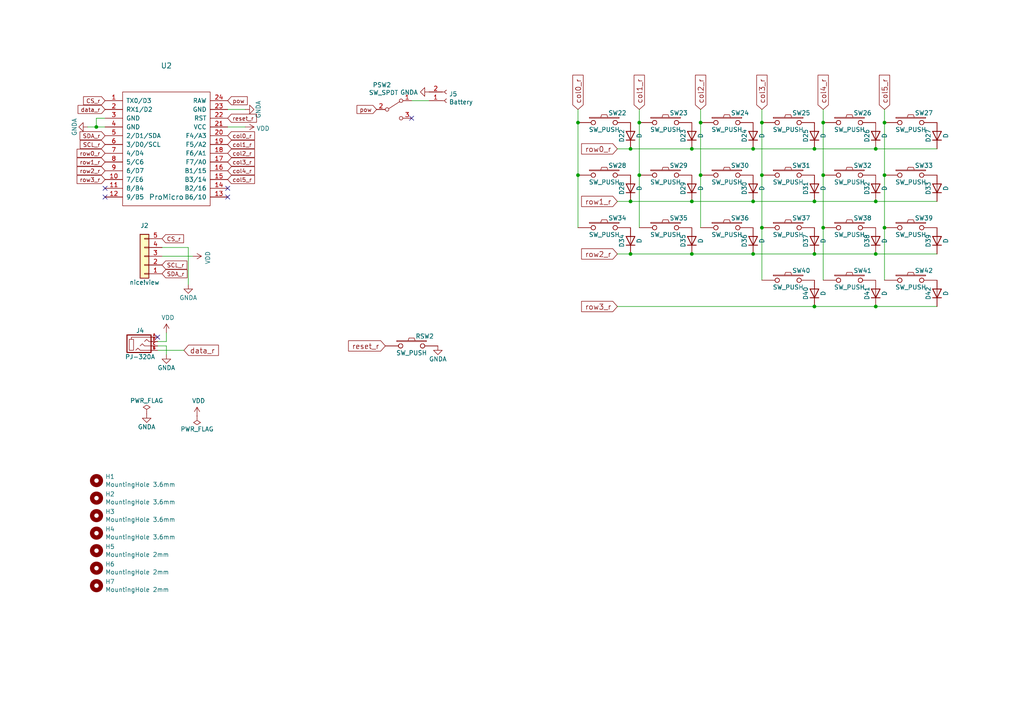
<source format=kicad_sch>
(kicad_sch (version 20230121) (generator eeschema)
  (paper "A4")
  (lib_symbols
    (symbol "Connector:Conn_01x02_Female" (pin_names (offset 1.016) hide)
      (property "Reference" "J5" (at 0.7112 -0.6096 0))
      (property "Value" "Battery" (at 0.7112 -2.921 0))
      (symbol "Conn_01x02_Female_1_1"
        (arc (start 0 -2.032) (mid -0.5058 -2.54) (end 0 -3.048) (stroke (width 0.1524)))
        (polyline (pts (xy -1.27 -2.54) (xy -0.508 -2.54)) (stroke (width 0.1524)))
        (polyline (pts (xy -1.27 0) (xy -0.508 0)) (stroke (width 0.1524)))
        (arc (start 0 0.508) (mid -0.5058 0) (end 0 -0.508) (stroke (width 0.1524)))
        (pin passive line (at -5.08 -2.54 0) (length 3.81) (name "Pin_1") (number "1"))
        (pin passive line (at -5.08 0 0) (length 3.81) (name "Pin_2") (number "2"))
      )
    )
    (symbol "Connector_Generic:Conn_01x05" (pin_names (offset 1.016) hide)
      (property "Reference" "J" (at 0 7.62 0))
      (property "Value" "Conn_01x05" (at 0 -7.62 0))
      (symbol "Conn_01x05_1_1"
        (rectangle (start -1.27 -4.953) (end 0 -5.207) (stroke (width 0.1524)))
        (rectangle (start -1.27 -2.413) (end 0 -2.667) (stroke (width 0.1524)))
        (rectangle (start -1.27 0.127) (end 0 -0.127) (stroke (width 0.1524)))
        (rectangle (start -1.27 2.667) (end 0 2.413) (stroke (width 0.1524)))
        (rectangle (start -1.27 5.207) (end 0 4.953) (stroke (width 0.1524)))
        (rectangle (start -1.27 6.35) (end 1.27 -6.35) (stroke (width 0.254)) (fill (type background)))
        (pin passive line (at -5.08 5.08 0) (length 3.81) (name "Pin_1") (number "1"))
        (pin passive line (at -5.08 2.54 0) (length 3.81) (name "Pin_2") (number "2"))
        (pin passive line (at -5.08 0 0) (length 3.81) (name "Pin_3") (number "3"))
        (pin passive line (at -5.08 -2.54 0) (length 3.81) (name "Pin_4") (number "4"))
        (pin passive line (at -5.08 -5.08 0) (length 3.81) (name "Pin_5") (number "5"))
      )
    )
    (symbol "Device:D" (pin_numbers hide) (pin_names (offset 1.016) hide)
      (property "Reference" "D" (at 0 2.54 0))
      (property "Value" "D" (at 0 -2.54 0))
      (symbol "D_0_1"
        (polyline (pts (xy -1.27 1.27) (xy -1.27 -1.27)) (stroke (width 0.254)))
        (polyline (pts (xy 1.27 0) (xy -1.27 0)))
        (polyline (pts (xy 1.27 1.27) (xy 1.27 -1.27) (xy -1.27 0) (xy 1.27 1.27)) (stroke (width 0.254)))
      )
      (symbol "D_1_1"
        (pin passive line (at -3.81 0 0) (length 2.54) (name "K") (number "1"))
        (pin passive line (at 3.81 0 180) (length 2.54) (name "A") (number "2"))
      )
    )
    (symbol "GNDA_1" (power) (pin_names (offset 0))
      (property "Value" "GNDA_1" (at 0 -3.81 0))
      (symbol "GNDA_1_0_1"
        (polyline (pts (xy 0 0) (xy 0 -1.27) (xy 1.27 -1.27) (xy 0 -2.54) (xy -1.27 -1.27) (xy 0 -1.27)))
      )
      (symbol "GNDA_1_1_1"
        (pin power_in line (at 0 0 270) (length 0) hide (name "GNDA") (number "1"))
      )
    )
    (symbol "GNDA_2" (power) (pin_names (offset 0))
      (property "Value" "GNDA_2" (at 0 -3.81 0))
      (symbol "GNDA_2_0_1"
        (polyline (pts (xy 0 0) (xy 0 -1.27) (xy 1.27 -1.27) (xy 0 -2.54) (xy -1.27 -1.27) (xy 0 -1.27)))
      )
      (symbol "GNDA_2_1_1"
        (pin power_in line (at 0 0 270) (length 0) hide (name "GNDA") (number "1"))
      )
    )
    (symbol "GNDA_3" (power) (pin_names (offset 0))
      (property "Value" "GNDA_3" (at 0 -3.81 0))
      (symbol "GNDA_3_0_1"
        (polyline (pts (xy 0 0) (xy 0 -1.27) (xy 1.27 -1.27) (xy 0 -2.54) (xy -1.27 -1.27) (xy 0 -1.27)))
      )
      (symbol "GNDA_3_1_1"
        (pin power_in line (at 0 0 270) (length 0) hide (name "GNDA") (number "1"))
      )
    )
    (symbol "GNDA_4" (power) (pin_names (offset 0))
      (property "Value" "GNDA_4" (at 0 -3.81 0))
      (symbol "GNDA_4_0_1"
        (polyline (pts (xy 0 0) (xy 0 -1.27) (xy 1.27 -1.27) (xy 0 -2.54) (xy -1.27 -1.27) (xy 0 -1.27)))
      )
      (symbol "GNDA_4_1_1"
        (pin power_in line (at 0 0 270) (length 0) hide (name "GNDA") (number "1"))
      )
    )
    (symbol "GNDA_5" (power) (pin_names (offset 0))
      (property "Value" "GNDA_5" (at 0 -3.81 0))
      (symbol "GNDA_5_0_1"
        (polyline (pts (xy 0 0) (xy 0 -1.27) (xy 1.27 -1.27) (xy 0 -2.54) (xy -1.27 -1.27) (xy 0 -1.27)))
      )
      (symbol "GNDA_5_1_1"
        (pin power_in line (at 0 0 270) (length 0) hide (name "GNDA") (number "1"))
      )
    )
    (symbol "GNDA_6" (power) (pin_names (offset 0))
      (property "Value" "GNDA_6" (at 0 -3.81 0))
      (symbol "GNDA_6_0_1"
        (polyline (pts (xy 0 0) (xy 0 -1.27) (xy 1.27 -1.27) (xy 0 -2.54) (xy -1.27 -1.27) (xy 0 -1.27)))
      )
      (symbol "GNDA_6_1_1"
        (pin power_in line (at 0 0 270) (length 0) hide (name "GNDA") (number "1"))
      )
    )
    (symbol "Mechanical:MountingHole" (pin_names (offset 1.016))
      (property "Reference" "H" (at 0 5.08 0))
      (property "Value" "MountingHole" (at 0 3.175 0))
      (symbol "MountingHole_0_1"
        (circle (center 0 0) (radius 1.27) (stroke (width 1.27)))
      )
    )
    (symbol "MountingHole_1" (pin_names (offset 1.016))
      (property "Reference" "H7" (at 2.54 1.1684 0))
      (property "Value" "MountingHole 2mm" (at 2.54 -1.143 0))
      (symbol "MountingHole_1_0_1"
        (circle (center 0 0) (radius 1.27) (stroke (width 1.27)))
      )
    )
    (symbol "MountingHole_2" (pin_names (offset 1.016))
      (property "Reference" "H6" (at 2.54 1.1684 0))
      (property "Value" "MountingHole 2mm" (at 2.54 -1.143 0))
      (symbol "MountingHole_2_0_1"
        (circle (center 0 0) (radius 1.27) (stroke (width 1.27)))
      )
    )
    (symbol "PWR_FLAG_1" (power) (pin_numbers hide) (pin_names (offset 0) hide)
      (property "Value" "PWR_FLAG_1" (at 0 3.81 0))
      (symbol "PWR_FLAG_1_0_0"
        (pin power_out line (at 0 0 90) (length 0) (name "pwr") (number "1"))
      )
      (symbol "PWR_FLAG_1_0_1"
        (polyline (pts (xy 0 0) (xy 0 1.27) (xy -1.016 1.905) (xy 0 2.54) (xy 1.016 1.905) (xy 0 1.27)))
      )
    )
    (symbol "Switch:SW_SPDT" (pin_names (offset 0) hide)
      (property "Reference" "SW" (at 0 4.318 0))
      (property "Value" "SW_SPDT" (at 0 -5.08 0))
      (symbol "SW_SPDT_0_0"
        (circle (center -2.032 0) (radius 0.508))
        (circle (center 2.032 -2.54) (radius 0.508))
      )
      (symbol "SW_SPDT_0_1"
        (polyline (pts (xy -1.524 0.254) (xy 1.651 2.286)))
        (circle (center 2.032 2.54) (radius 0.508))
      )
      (symbol "SW_SPDT_1_1"
        (pin passive line (at 5.08 2.54 180) (length 2.54) (name "A") (number "1"))
        (pin passive line (at -5.08 0 0) (length 2.54) (name "B") (number "2"))
        (pin passive line (at 5.08 -2.54 180) (length 2.54) (name "C") (number "3"))
      )
    )
    (symbol "VDD_1" (power) (pin_names (offset 0))
      (property "Value" "VDD_1" (at 0 3.81 0))
      (symbol "VDD_1_0_1"
        (polyline (pts (xy -0.762 1.27) (xy 0 2.54)))
        (polyline (pts (xy 0 0) (xy 0 2.54)))
        (polyline (pts (xy 0 2.54) (xy 0.762 1.27)))
      )
      (symbol "VDD_1_1_1"
        (pin power_in line (at 0 0 90) (length 0) hide (name "VDD") (number "1"))
      )
    )
    (symbol "VDD_2" (power) (pin_names (offset 0))
      (property "Value" "VDD_2" (at 0 3.81 0))
      (symbol "VDD_2_0_1"
        (polyline (pts (xy -0.762 1.27) (xy 0 2.54)))
        (polyline (pts (xy 0 0) (xy 0 2.54)))
        (polyline (pts (xy 0 2.54) (xy 0.762 1.27)))
      )
      (symbol "VDD_2_1_1"
        (pin power_in line (at 0 0 90) (length 0) hide (name "VDD") (number "1"))
      )
    )
    (symbol "VDD_3" (power) (pin_names (offset 0))
      (property "Value" "VDD_3" (at 0 3.81 0))
      (symbol "VDD_3_0_1"
        (polyline (pts (xy -0.762 1.27) (xy 0 2.54)))
        (polyline (pts (xy 0 0) (xy 0 2.54)))
        (polyline (pts (xy 0 2.54) (xy 0.762 1.27)))
      )
      (symbol "VDD_3_1_1"
        (pin power_in line (at 0 0 90) (length 0) hide (name "VDD") (number "1"))
      )
    )
    (symbol "corne-cherry-right-rescue:MJ-4PP-9-kbd" (pin_names (offset 1.016))
      (property "Reference" "J" (at 0 3.81 0))
      (property "Value" "MJ-4PP-9-kbd" (at 0 -3.81 0))
      (symbol "MJ-4PP-9-kbd_0_1"
        (rectangle (start -1.905 -1.905) (end -3.175 1.27))
        (polyline (pts (xy -2.54 1.27) (xy -2.54 1.905) (xy 3.175 1.905)))
        (polyline (pts (xy -1.27 -1.905) (xy -0.635 -1.27) (xy 0 -1.905) (xy 3.175 -1.905)))
        (polyline (pts (xy 0 -0.635) (xy 0.635 0) (xy 1.27 -0.635) (xy 3.175 -0.635)))
        (polyline (pts (xy 1.27 0.635) (xy 1.905 1.27) (xy 2.54 0.635) (xy 3.175 0.635)))
        (rectangle (start 3.175 2.54) (end -3.81 -2.54) (stroke (width 0.3048)))
      )
      (symbol "MJ-4PP-9-kbd_1_1"
        (pin input line (at 5.08 1.905 180) (length 2.0066) (name "~") (number "A"))
        (pin input line (at 5.08 -1.905 180) (length 2.0066) (name "~") (number "B"))
        (pin input line (at 5.08 -0.635 180) (length 2.0066) (name "~") (number "C"))
        (pin input line (at 5.08 0.635 180) (length 2.0066) (name "~") (number "D"))
      )
    )
    (symbol "corne-cherry-right-rescue:ProMicro-kbd" (pin_names (offset 1.016))
      (property "Reference" "U" (at 0 19.05 0))
      (property "Value" "ProMicro-kbd" (at 0 -19.05 0))
      (symbol "ProMicro-kbd_0_1"
        (rectangle (start -12.7 16.51) (end 12.7 -16.51))
      )
      (symbol "ProMicro-kbd_1_1"
        (pin bidirectional line (at -17.78 13.97 0) (length 5.08) (name "TX0/D3") (number "1"))
        (pin bidirectional line (at -17.78 -8.89 0) (length 5.08) (name "7/E6") (number "10"))
        (pin bidirectional line (at -17.78 -11.43 0) (length 5.08) (name "8/B4") (number "11"))
        (pin bidirectional line (at -17.78 -13.97 0) (length 5.08) (name "9/B5") (number "12"))
        (pin bidirectional line (at 17.78 -13.97 180) (length 5.08) (name "B6/10") (number "13"))
        (pin bidirectional line (at 17.78 -11.43 180) (length 5.08) (name "B2/16") (number "14"))
        (pin bidirectional line (at 17.78 -8.89 180) (length 5.08) (name "B3/14") (number "15"))
        (pin bidirectional line (at 17.78 -6.35 180) (length 5.08) (name "B1/15") (number "16"))
        (pin bidirectional line (at 17.78 -3.81 180) (length 5.08) (name "F7/A0") (number "17"))
        (pin bidirectional line (at 17.78 -1.27 180) (length 5.08) (name "F6/A1") (number "18"))
        (pin bidirectional line (at 17.78 1.27 180) (length 5.08) (name "F5/A2") (number "19"))
        (pin bidirectional line (at -17.78 11.43 0) (length 5.08) (name "RX1/D2") (number "2"))
        (pin bidirectional line (at 17.78 3.81 180) (length 5.08) (name "F4/A3") (number "20"))
        (pin power_in line (at 17.78 6.35 180) (length 5.08) (name "VCC") (number "21"))
        (pin input line (at 17.78 8.89 180) (length 5.08) (name "RST") (number "22"))
        (pin power_in line (at 17.78 11.43 180) (length 5.08) (name "GND") (number "23"))
        (pin power_out line (at 17.78 13.97 180) (length 5.08) (name "RAW") (number "24"))
        (pin power_in line (at -17.78 8.89 0) (length 5.08) (name "GND") (number "3"))
        (pin power_in line (at -17.78 6.35 0) (length 5.08) (name "GND") (number "4"))
        (pin bidirectional line (at -17.78 3.81 0) (length 5.08) (name "2/D1/SDA") (number "5"))
        (pin bidirectional line (at -17.78 1.27 0) (length 5.08) (name "3/D0/SCL") (number "6"))
        (pin bidirectional line (at -17.78 -1.27 0) (length 5.08) (name "4/D4") (number "7"))
        (pin bidirectional line (at -17.78 -3.81 0) (length 5.08) (name "5/C6") (number "8"))
        (pin bidirectional line (at -17.78 -6.35 0) (length 5.08) (name "6/D7") (number "9"))
      )
    )
    (symbol "corne-cherry-right-rescue:SW_PUSH-kbd" (pin_numbers hide) (pin_names (offset 1.016) hide)
      (property "Reference" "SW" (at 3.81 2.794 0))
      (property "Value" "SW_PUSH-kbd" (at 0 -2.032 0))
      (symbol "SW_PUSH-kbd_0_1"
        (rectangle (start -4.318 1.27) (end 4.318 1.524))
        (polyline (pts (xy -1.016 1.524) (xy -0.762 2.286) (xy 0.762 2.286) (xy 1.016 1.524)))
        (pin passive inverted (at -7.62 0 0) (length 5.08) (name "1") (number "1"))
        (pin passive inverted (at 7.62 0 180) (length 5.08) (name "2") (number "2"))
      )
    )
    (symbol "power:GNDA" (power) (pin_names (offset 0))
      (property "Value" "GNDA" (at 0 -3.81 0))
      (symbol "GNDA_0_1"
        (polyline (pts (xy 0 0) (xy 0 -1.27) (xy 1.27 -1.27) (xy 0 -2.54) (xy -1.27 -1.27) (xy 0 -1.27)))
      )
      (symbol "GNDA_1_1"
        (pin power_in line (at 0 0 270) (length 0) hide (name "GNDA") (number "1"))
      )
    )
    (symbol "power:PWR_FLAG" (power) (pin_numbers hide) (pin_names (offset 0) hide)
      (property "Value" "PWR_FLAG" (at 0 3.81 0))
      (symbol "PWR_FLAG_0_0"
        (pin power_out line (at 0 0 90) (length 0) (name "pwr") (number "1"))
      )
      (symbol "PWR_FLAG_0_1"
        (polyline (pts (xy 0 0) (xy 0 1.27) (xy -1.016 1.905) (xy 0 2.54) (xy 1.016 1.905) (xy 0 1.27)))
      )
    )
    (symbol "power:VDD" (power) (pin_names (offset 0))
      (property "Value" "VDD" (at 0 3.81 0))
      (symbol "VDD_0_1"
        (polyline (pts (xy -0.762 1.27) (xy 0 2.54)))
        (polyline (pts (xy 0 0) (xy 0 2.54)))
        (polyline (pts (xy 0 2.54) (xy 0.762 1.27)))
      )
      (symbol "VDD_1_1"
        (pin power_in line (at 0 0 90) (length 0) hide (name "VDD") (number "1"))
      )
    )
  )
  (junction (at 185.42 35.56))
  (junction (at 182.88 73.66))
  (junction (at 238.76 66.04))
  (junction (at 220.98 66.04))
  (junction (at 200.66 73.66))
  (junction (at 185.42 50.8))
  (junction (at 256.54 35.56))
  (junction (at 27.94 36.83))
  (junction (at 254 88.9))
  (junction (at 236.22 73.66))
  (junction (at 218.44 73.66))
  (junction (at 254 58.42))
  (junction (at 256.54 50.8))
  (junction (at 254 43.18))
  (junction (at 238.76 50.8))
  (junction (at 167.64 50.8))
  (junction (at 200.66 58.42))
  (junction (at 182.88 43.18))
  (junction (at 238.76 35.56))
  (junction (at 203.2 50.8))
  (junction (at 182.88 58.42))
  (junction (at 236.22 43.18))
  (junction (at 236.22 58.42))
  (junction (at 236.22 88.9))
  (junction (at 218.44 43.18))
  (junction (at 203.2 35.56))
  (junction (at 200.66 43.18))
  (junction (at 167.64 35.56))
  (junction (at 218.44 58.42))
  (junction (at 220.98 35.56))
  (junction (at 220.98 50.8))
  (junction (at 254 73.66))
  (junction (at 256.54 66.04))
  (no_connect (at 30.48 57.15))
  (no_connect (at 66.04 54.61))
  (no_connect (at 45.72 97.79))
  (no_connect (at 119.38 34.29))
  (no_connect (at 66.04 57.15))
  (no_connect (at 30.48 54.61))
  (wire (pts (xy 179.07 43.18) (xy 182.88 43.18)))
  (wire (pts (xy 54.61 71.7804) (xy 46.99 71.7804)))
  (wire (pts (xy 200.66 73.66) (xy 218.44 73.66)))
  (wire (pts (xy 256.54 50.8) (xy 256.54 66.04)))
  (wire (pts (xy 167.64 31.75) (xy 167.64 35.56)))
  (wire (pts (xy 25.4 36.83) (xy 27.94 36.83)))
  (wire (pts (xy 182.88 43.18) (xy 200.66 43.18)))
  (wire (pts (xy 220.98 35.56) (xy 220.98 50.8)))
  (wire (pts (xy 45.72 99.06) (xy 48.26 99.06)))
  (wire (pts (xy 218.44 73.66) (xy 236.22 73.66)))
  (wire (pts (xy 119.38 29.21) (xy 124.46 29.21)))
  (wire (pts (xy 236.22 88.9) (xy 254 88.9)))
  (wire (pts (xy 179.07 58.42) (xy 182.88 58.42)))
  (wire (pts (xy 254 88.9) (xy 271.78 88.9)))
  (wire (pts (xy 200.66 43.18) (xy 218.44 43.18)))
  (wire (pts (xy 48.26 100.33) (xy 48.26 102.87)))
  (wire (pts (xy 238.76 50.8) (xy 238.76 66.04)))
  (wire (pts (xy 200.66 58.42) (xy 218.44 58.42)))
  (wire (pts (xy 27.94 34.29) (xy 27.94 36.83)))
  (wire (pts (xy 48.26 99.06) (xy 48.26 96.52)))
  (wire (pts (xy 203.2 50.8) (xy 203.2 66.04)))
  (wire (pts (xy 220.98 66.04) (xy 220.98 81.28)))
  (wire (pts (xy 30.48 34.29) (xy 27.94 34.29)))
  (wire (pts (xy 167.64 50.8) (xy 167.64 66.04)))
  (wire (pts (xy 46.99 74.3204) (xy 55.88 74.3204)))
  (wire (pts (xy 254 43.18) (xy 271.78 43.18)))
  (wire (pts (xy 66.04 31.75) (xy 71.12 31.75)))
  (wire (pts (xy 27.94 36.83) (xy 30.48 36.83)))
  (wire (pts (xy 256.54 35.56) (xy 256.54 50.8)))
  (wire (pts (xy 238.76 35.56) (xy 238.76 50.8)))
  (wire (pts (xy 218.44 43.18) (xy 236.22 43.18)))
  (wire (pts (xy 236.22 43.18) (xy 254 43.18)))
  (wire (pts (xy 45.72 100.33) (xy 48.26 100.33)))
  (wire (pts (xy 179.07 73.66) (xy 182.88 73.66)))
  (wire (pts (xy 203.2 35.56) (xy 203.2 50.8)))
  (wire (pts (xy 66.04 36.83) (xy 71.12 36.83)))
  (wire (pts (xy 179.07 88.9) (xy 236.22 88.9)))
  (wire (pts (xy 45.72 101.6) (xy 53.34 101.6)))
  (wire (pts (xy 218.44 58.42) (xy 236.22 58.42)))
  (wire (pts (xy 238.76 31.75) (xy 238.76 35.56)))
  (wire (pts (xy 220.98 50.8) (xy 220.98 66.04)))
  (wire (pts (xy 254 73.66) (xy 271.78 73.66)))
  (wire (pts (xy 185.42 50.8) (xy 185.42 66.04)))
  (wire (pts (xy 185.42 31.75) (xy 185.42 35.56)))
  (wire (pts (xy 203.2 31.75) (xy 203.2 35.56)))
  (wire (pts (xy 256.54 66.04) (xy 256.54 81.28)))
  (wire (pts (xy 220.98 31.75) (xy 220.98 35.56)))
  (wire (pts (xy 236.22 73.66) (xy 254 73.66)))
  (wire (pts (xy 256.54 31.75) (xy 256.54 35.56)))
  (wire (pts (xy 254 58.42) (xy 271.78 58.42)))
  (wire (pts (xy 185.42 35.56) (xy 185.42 50.8)))
  (wire (pts (xy 238.76 66.04) (xy 238.76 81.28)))
  (wire (pts (xy 236.22 58.42) (xy 254 58.42)))
  (wire (pts (xy 182.88 73.66) (xy 200.66 73.66)))
  (wire (pts (xy 54.61 71.7804) (xy 54.61 82.55)))
  (wire (pts (xy 167.64 35.56) (xy 167.64 50.8)))
  (wire (pts (xy 182.88 58.42) (xy 200.66 58.42)))
  (global_label "col5_r" (shape input) (at 256.54 31.75 90) (effects (font (size 1.524 1.524))) (property "Intersheetrefs" "${INTERSHEET_REFS}" (effects hide)))
  (global_label "reset_r" (shape input) (at 111.76 100.33 180) (effects (font (size 1.524 1.524))) (property "Intersheetrefs" "${INTERSHEET_REFS}" (effects hide)))
  (global_label "col2_r" (shape input) (at 66.04 44.45 0) (effects (font (size 1.1938 1.1938))) (property "Intersheetrefs" "${INTERSHEET_REFS}" (effects hide)))
  (global_label "row2_r" (shape input) (at 30.48 49.53 180) (effects (font (size 1.1938 1.1938))) (property "Intersheetrefs" "${INTERSHEET_REFS}" (effects hide)))
  (global_label "row0_r" (shape input) (at 179.07 43.18 180) (effects (font (size 1.524 1.524))) (property "Intersheetrefs" "${INTERSHEET_REFS}" (effects hide)))
  (global_label "col2_r" (shape input) (at 203.2 31.75 90) (effects (font (size 1.524 1.524))) (property "Intersheetrefs" "${INTERSHEET_REFS}" (effects hide)))
  (global_label "col1_r" (shape input) (at 66.04 41.91 0) (effects (font (size 1.1938 1.1938))) (property "Intersheetrefs" "${INTERSHEET_REFS}" (effects hide)))
  (global_label "col0_r" (shape input) (at 167.64 31.75 90) (effects (font (size 1.524 1.524))) (property "Intersheetrefs" "${INTERSHEET_REFS}" (effects hide)))
  (global_label "SDA_r" (shape input) (at 30.48 39.37 180) (effects (font (size 1.1938 1.1938))) (property "Intersheetrefs" "${INTERSHEET_REFS}" (effects hide)))
  (global_label "SCL_r" (shape input) (at 46.99 76.8604 0) (effects (font (size 1.1938 1.1938))) (property "Intersheetrefs" "${INTERSHEET_REFS}" (effects hide)))
  (global_label "data_r" (shape input) (at 30.48 31.75 180) (effects (font (size 1.1938 1.1938))) (property "Intersheetrefs" "${INTERSHEET_REFS}" (effects hide)))
  (global_label "SCL_r" (shape input) (at 30.48 41.91 180) (effects (font (size 1.1938 1.1938))) (property "Intersheetrefs" "${INTERSHEET_REFS}" (effects hide)))
  (global_label "CS_r" (shape input) (at 46.99 69.2404 0) (effects (font (size 1.1938 1.1938))) (property "Intersheetrefs" "${INTERSHEET_REFS}" (effects hide)))
  (global_label "col3_r" (shape input) (at 220.98 31.75 90) (effects (font (size 1.524 1.524))) (property "Intersheetrefs" "${INTERSHEET_REFS}" (effects hide)))
  (global_label "CS_r" (shape input) (at 30.48 29.21 180) (effects (font (size 1.1938 1.1938))) (property "Intersheetrefs" "${INTERSHEET_REFS}" (effects hide)))
  (global_label "col3_r" (shape input) (at 66.04 46.99 0) (effects (font (size 1.1938 1.1938))) (property "Intersheetrefs" "${INTERSHEET_REFS}" (effects hide)))
  (global_label "data_r" (shape input) (at 53.34 101.6 0) (effects (font (size 1.524 1.524))) (property "Intersheetrefs" "${INTERSHEET_REFS}" (effects hide)))
  (global_label "col4_r" (shape input) (at 66.04 49.53 0) (effects (font (size 1.1938 1.1938))) (property "Intersheetrefs" "${INTERSHEET_REFS}" (effects hide)))
  (global_label "reset_r" (shape input) (at 66.04 34.29 0) (effects (font (size 1.1938 1.1938))) (property "Intersheetrefs" "${INTERSHEET_REFS}" (effects hide)))
  (global_label "row0_r" (shape input) (at 30.48 44.45 180) (effects (font (size 1.1938 1.1938))) (property "Intersheetrefs" "${INTERSHEET_REFS}" (effects hide)))
  (global_label "col1_r" (shape input) (at 185.42 31.75 90) (effects (font (size 1.524 1.524))) (property "Intersheetrefs" "${INTERSHEET_REFS}" (effects hide)))
  (global_label "col5_r" (shape input) (at 66.04 52.07 0) (effects (font (size 1.1938 1.1938))) (property "Intersheetrefs" "${INTERSHEET_REFS}" (effects hide)))
  (global_label "row1_r" (shape input) (at 30.48 46.99 180) (effects (font (size 1.1938 1.1938))) (property "Intersheetrefs" "${INTERSHEET_REFS}" (effects hide)))
  (global_label "pow" (shape input) (at 109.22 31.75 180) (effects (font (size 1.1938 1.1938))) (property "Intersheetrefs" "${INTERSHEET_REFS}" (effects hide)))
  (global_label "row2_r" (shape input) (at 179.07 73.66 180) (effects (font (size 1.524 1.524))) (property "Intersheetrefs" "${INTERSHEET_REFS}" (effects hide)))
  (global_label "pow" (shape input) (at 66.04 29.21 0) (effects (font (size 1.1938 1.1938))) (property "Intersheetrefs" "${INTERSHEET_REFS}" (effects hide)))
  (global_label "SDA_r" (shape input) (at 46.99 79.4004 0) (effects (font (size 1.1938 1.1938))) (property "Intersheetrefs" "${INTERSHEET_REFS}" (effects hide)))
  (global_label "row3_r" (shape input) (at 179.07 88.9 180) (effects (font (size 1.524 1.524))) (property "Intersheetrefs" "${INTERSHEET_REFS}" (effects hide)))
  (global_label "row3_r" (shape input) (at 30.48 52.07 180) (effects (font (size 1.1938 1.1938))) (property "Intersheetrefs" "${INTERSHEET_REFS}" (effects hide)))
  (global_label "col0_r" (shape input) (at 66.04 39.37 0) (effects (font (size 1.1938 1.1938))) (property "Intersheetrefs" "${INTERSHEET_REFS}" (effects hide)))
  (global_label "row1_r" (shape input) (at 179.07 58.42 180) (effects (font (size 1.524 1.524))) (property "Intersheetrefs" "${INTERSHEET_REFS}" (effects hide)))
  (global_label "col4_r" (shape input) (at 238.76 31.75 90) (effects (font (size 1.524 1.524))) (property "Intersheetrefs" "${INTERSHEET_REFS}" (effects hide)))
  (symbol (lib_id "corne-cherry-right-rescue:SW_PUSH-kbd") (at 228.6 50.8 0) (unit 1)
    (property "Reference" "SW31" (at 232.41 48.006 0))
    (property "Value" "SW_PUSH" (at 228.6 52.832 0))
    (property "Footprint" "mriya:CherryMX_Hotswap_1U" (effects hide))
  )
  (symbol (lib_id "Connector_Generic:Conn_01x05") (at 41.91 74.3204 180) (unit 1)
    (property "Reference" "J2" (at 41.91 65.4304 0))
    (property "Value" "nice!view" (at 41.91 81.915 0))
    (property "Footprint" "mriya:nice_view" (effects hide))
  )
  (symbol (lib_id "corne-cherry-right-rescue:SW_PUSH-kbd") (at 210.82 35.56 0) (unit 1)
    (property "Reference" "SW24" (at 214.63 32.766 0))
    (property "Value" "SW_PUSH" (at 210.82 37.592 0))
    (property "Footprint" "mriya:CherryMX_Hotswap_1U" (effects hide))
  )
  (symbol (lib_name "MountingHole_1") (lib_id "Mechanical:MountingHole") (at 27.9908 169.8752 0) (unit 1)
    (property "Reference" "H7" (at 30.5308 168.7068 0) (effects (justify left)))
    (property "Value" "MountingHole 2mm" (at 30.5308 171.0182 0) (effects (justify left)))
    (property "Footprint" "mriya:Hole_2mm" (effects hide))
  )
  (symbol (lib_id "Device:D") (at 254 69.85 90) (unit 1)
    (property "Reference" "D38" (at 251.46 69.85 0))
    (property "Value" "D" (at 256.54 69.85 0))
    (property "Footprint" "mriya:1N4148_T4" (effects hide))
  )
  (symbol (lib_id "Device:D") (at 236.22 69.85 90) (unit 1)
    (property "Reference" "D37" (at 233.68 69.85 0))
    (property "Value" "D" (at 238.76 69.85 0))
    (property "Footprint" "mriya:1N4148_T4" (effects hide))
  )
  (symbol (lib_id "Device:D") (at 271.78 39.37 90) (unit 1)
    (property "Reference" "D27" (at 269.24 39.37 0))
    (property "Value" "D" (at 274.32 39.37 0))
    (property "Footprint" "mriya:1N4148_T4" (effects hide))
  )
  (symbol (lib_id "Device:D") (at 236.22 54.61 90) (unit 1)
    (property "Reference" "D31" (at 233.68 54.61 0))
    (property "Value" "D" (at 238.76 54.61 0))
    (property "Footprint" "mriya:1N4148_T4" (effects hide))
  )
  (symbol (lib_id "Device:D") (at 218.44 69.85 90) (unit 1)
    (property "Reference" "D36" (at 215.9 69.85 0))
    (property "Value" "D" (at 220.98 69.85 0))
    (property "Footprint" "mriya:1N4148_T4" (effects hide))
  )
  (symbol (lib_id "corne-cherry-right-rescue:SW_PUSH-kbd") (at 210.82 50.8 0) (unit 1)
    (property "Reference" "SW30" (at 214.63 48.006 0))
    (property "Value" "SW_PUSH" (at 210.82 52.832 0))
    (property "Footprint" "mriya:CherryMX_Hotswap_1U" (effects hide))
  )
  (symbol (lib_id "corne-cherry-right-rescue:SW_PUSH-kbd") (at 175.26 50.8 0) (unit 1)
    (property "Reference" "SW28" (at 179.07 48.006 0))
    (property "Value" "SW_PUSH" (at 175.26 52.832 0))
    (property "Footprint" "mriya:CherryMX_Hotswap_1U" (effects hide))
  )
  (symbol (lib_name "GNDA_5") (lib_id "power:GNDA") (at 48.26 102.87 0) (unit 1)
    (property "Reference" "#PWR0103" (effects hide))
    (property "Value" "GNDA" (at 48.26 106.68 0))
  )
  (symbol (lib_name "GNDA_2") (lib_id "power:GNDA") (at 71.12 31.75 90) (unit 1)
    (property "Reference" "#PWR0101" (effects hide))
    (property "Value" "GNDA" (at 74.93 31.75 0))
  )
  (symbol (lib_id "corne-cherry-right-rescue:ProMicro-kbd") (at 48.26 43.18 0) (unit 1)
    (property "Reference" "U2" (at 48.26 19.05 0) (effects (font (size 1.524 1.524))))
    (property "Value" "ProMicro" (at 48.26 57.15 0) (effects (font (size 1.524 1.524))))
    (property "Footprint" "mriya:ProMicro" (effects hide))
  )
  (symbol (lib_id "Device:D") (at 236.22 39.37 90) (unit 1)
    (property "Reference" "D25" (at 233.68 39.37 0))
    (property "Value" "D" (at 238.76 39.37 0))
    (property "Footprint" "mriya:1N4148_T4" (effects hide))
  )
  (symbol (lib_id "corne-cherry-right-rescue:SW_PUSH-kbd") (at 246.38 66.04 0) (unit 1)
    (property "Reference" "SW38" (at 250.19 63.246 0))
    (property "Value" "SW_PUSH" (at 246.38 68.072 0))
    (property "Footprint" "mriya:CherryMX_Hotswap_1U" (effects hide))
  )
  (symbol (lib_id "Device:D") (at 254 85.09 90) (unit 1)
    (property "Reference" "D41" (at 251.46 85.09 0))
    (property "Value" "D" (at 256.54 85.09 0))
    (property "Footprint" "mriya:1N4148_T4" (effects hide))
  )
  (symbol (lib_id "Device:D") (at 254 54.61 90) (unit 1)
    (property "Reference" "D32" (at 251.46 54.61 0))
    (property "Value" "D" (at 256.54 54.61 0))
    (property "Footprint" "mriya:1N4148_T4" (effects hide))
  )
  (symbol (lib_name "GNDA_1") (lib_id "power:GNDA") (at 124.46 26.67 270) (unit 1)
    (property "Reference" "#PWR0106" (effects hide))
    (property "Value" "GNDA" (at 121.2342 26.797 90) (effects (justify right)))
  )
  (symbol (lib_name "VDD_2") (lib_id "power:VDD") (at 57.15 120.65 0) (unit 1)
    (property "Reference" "#PWR0109" (effects hide))
    (property "Value" "VDD" (at 57.5818 116.2558 0))
  )
  (symbol (lib_id "power:PWR_FLAG") (at 42.545 120.015 0) (unit 1)
    (property "Reference" "#FLG0102" (effects hide))
    (property "Value" "PWR_FLAG" (at 42.545 116.205 0))
  )
  (symbol (lib_id "Device:D") (at 218.44 39.37 90) (unit 1)
    (property "Reference" "D24" (at 215.9 39.37 0))
    (property "Value" "D" (at 220.98 39.37 0))
    (property "Footprint" "mriya:1N4148_T4" (effects hide))
  )
  (symbol (lib_id "Device:D") (at 254 39.37 90) (unit 1)
    (property "Reference" "D26" (at 251.46 39.37 0))
    (property "Value" "D" (at 256.54 39.37 0))
    (property "Footprint" "mriya:1N4148_T4" (effects hide))
  )
  (symbol (lib_name "GNDA_4") (lib_id "power:GNDA") (at 42.545 120.015 0) (unit 1)
    (property "Reference" "#PWR0110" (effects hide))
    (property "Value" "GNDA" (at 42.545 123.825 0))
  )
  (symbol (lib_id "Connector:Conn_01x02_Female") (at 129.54 26.67 0) (unit 1)
    (property "Reference" "J5" (at 130.2512 27.2796 0) (effects (justify left)))
    (property "Value" "Battery" (at 130.2512 29.591 0) (effects (justify left)))
    (property "Footprint" "mriya:Battery_2pin" (effects hide))
  )
  (symbol (lib_name "GNDA_3") (lib_id "power:GNDA") (at 25.4 36.83 270) (unit 1)
    (property "Reference" "#PWR0107" (effects hide))
    (property "Value" "GNDA" (at 21.59 36.83 0))
  )
  (symbol (lib_id "corne-cherry-right-rescue:MJ-4PP-9-kbd") (at 40.64 99.695 0) (unit 1)
    (property "Reference" "J4" (at 40.64 95.885 0))
    (property "Value" "PJ-320A" (at 40.64 103.505 0))
    (property "Footprint" "mriya:PJ-320A" (effects hide))
  )
  (symbol (lib_id "corne-cherry-right-rescue:SW_PUSH-kbd") (at 193.04 50.8 0) (unit 1)
    (property "Reference" "SW29" (at 196.85 48.006 0))
    (property "Value" "SW_PUSH" (at 193.04 52.832 0))
    (property "Footprint" "mriya:CherryMX_Hotswap_1U" (effects hide))
  )
  (symbol (lib_id "corne-cherry-right-rescue:SW_PUSH-kbd") (at 264.16 35.56 0) (unit 1)
    (property "Reference" "SW27" (at 267.97 32.766 0))
    (property "Value" "SW_PUSH" (at 264.16 37.592 0))
    (property "Footprint" "mriya:CherryMX_Hotswap_1U" (effects hide))
  )
  (symbol (lib_id "corne-cherry-right-rescue:SW_PUSH-kbd") (at 246.38 50.8 0) (unit 1)
    (property "Reference" "SW32" (at 250.19 48.006 0))
    (property "Value" "SW_PUSH" (at 246.38 52.832 0))
    (property "Footprint" "mriya:CherryMX_Hotswap_1U" (effects hide))
  )
  (symbol (lib_id "corne-cherry-right-rescue:SW_PUSH-kbd") (at 210.82 66.04 0) (unit 1)
    (property "Reference" "SW36" (at 214.63 63.246 0))
    (property "Value" "SW_PUSH" (at 210.82 68.072 0))
    (property "Footprint" "mriya:CherryMX_Hotswap_1U" (effects hide))
  )
  (symbol (lib_id "Device:D") (at 271.78 85.09 90) (unit 1)
    (property "Reference" "D42" (at 269.24 85.09 0))
    (property "Value" "D" (at 274.32 85.09 0))
    (property "Footprint" "mriya:1N4148_T4" (effects hide))
  )
  (symbol (lib_id "corne-cherry-right-rescue:SW_PUSH-kbd") (at 193.04 66.04 0) (unit 1)
    (property "Reference" "SW35" (at 196.85 63.246 0))
    (property "Value" "SW_PUSH" (at 193.04 68.072 0))
    (property "Footprint" "mriya:CherryMX_Hotswap_1U" (effects hide))
  )
  (symbol (lib_id "Device:D") (at 200.66 39.37 90) (unit 1)
    (property "Reference" "D23" (at 198.12 39.37 0))
    (property "Value" "D" (at 203.2 39.37 0))
    (property "Footprint" "mriya:1N4148_T4" (effects hide))
  )
  (symbol (lib_name "VDD_1") (lib_id "power:VDD") (at 71.12 36.83 270) (unit 1)
    (property "Reference" "#PWR0102" (effects hide))
    (property "Value" "VDD" (at 74.3712 37.2618 90) (effects (justify left)))
  )
  (symbol (lib_id "corne-cherry-right-rescue:SW_PUSH-kbd") (at 228.6 35.56 0) (unit 1)
    (property "Reference" "SW25" (at 232.41 32.766 0))
    (property "Value" "SW_PUSH" (at 228.6 37.592 0))
    (property "Footprint" "mriya:CherryMX_Hotswap_1U" (effects hide))
  )
  (symbol (lib_id "Device:D") (at 218.44 54.61 90) (unit 1)
    (property "Reference" "D30" (at 215.9 54.61 0))
    (property "Value" "D" (at 220.98 54.61 0))
    (property "Footprint" "mriya:1N4148_T4" (effects hide))
  )
  (symbol (lib_id "corne-cherry-right-rescue:SW_PUSH-kbd") (at 264.16 66.04 0) (unit 1)
    (property "Reference" "SW39" (at 267.97 63.246 0))
    (property "Value" "SW_PUSH" (at 264.16 68.072 0))
    (property "Footprint" "mriya:CherryMX_Hotswap_1U" (effects hide))
  )
  (symbol (lib_id "Mechanical:MountingHole") (at 27.9908 144.4752 0) (unit 1)
    (property "Reference" "H2" (at 30.5308 143.3068 0) (effects (justify left)))
    (property "Value" "MountingHole 3.6mm" (at 30.5308 145.6182 0) (effects (justify left)))
    (property "Footprint" "mriya:Hole_3.6mm" (effects hide))
  )
  (symbol (lib_id "Device:D") (at 182.88 54.61 90) (unit 1)
    (property "Reference" "D28" (at 180.34 54.61 0))
    (property "Value" "D" (at 185.42 54.61 0))
    (property "Footprint" "mriya:1N4148_T4" (effects hide))
  )
  (symbol (lib_id "corne-cherry-right-rescue:SW_PUSH-kbd") (at 246.38 81.28 0) (unit 1)
    (property "Reference" "SW41" (at 250.19 78.486 0))
    (property "Value" "SW_PUSH" (at 246.38 83.312 0))
    (property "Footprint" "mriya:CherryMX_Hotswap_1U" (effects hide))
  )
  (symbol (lib_id "Device:D") (at 271.78 54.61 90) (unit 1)
    (property "Reference" "D33" (at 269.24 54.61 0))
    (property "Value" "D" (at 274.32 54.61 0))
    (property "Footprint" "mriya:1N4148_T4" (effects hide))
  )
  (symbol (lib_id "Device:D") (at 236.22 85.09 90) (unit 1)
    (property "Reference" "D40" (at 233.68 85.09 0))
    (property "Value" "D" (at 238.76 85.09 0))
    (property "Footprint" "mriya:1N4148_T4" (effects hide))
  )
  (symbol (lib_id "power:VDD") (at 55.88 74.3204 270) (unit 1)
    (property "Reference" "#PWR0105" (effects hide))
    (property "Value" "VDD" (at 60.2742 74.7522 0))
  )
  (symbol (lib_id "corne-cherry-right-rescue:SW_PUSH-kbd") (at 119.38 100.33 0) (unit 1)
    (property "Reference" "RSW2" (at 123.19 97.536 0))
    (property "Value" "SW_PUSH" (at 119.38 102.362 0))
    (property "Footprint" "mriya:RSW_4.5x4.5_vert" (effects hide))
  )
  (symbol (lib_id "corne-cherry-right-rescue:SW_PUSH-kbd") (at 193.04 35.56 0) (unit 1)
    (property "Reference" "SW23" (at 196.85 32.766 0))
    (property "Value" "SW_PUSH" (at 193.04 37.592 0))
    (property "Footprint" "mriya:CherryMX_Hotswap_1U" (effects hide))
  )
  (symbol (lib_id "Switch:SW_SPDT") (at 114.3 31.75 0) (unit 1)
    (property "Reference" "PSW2" (at 110.7694 24.638 0))
    (property "Value" "SW_SPDT" (at 111.252 26.8732 0))
    (property "Footprint" "mriya:SW_SPDT_PCM12" (effects hide))
  )
  (symbol (lib_id "corne-cherry-right-rescue:SW_PUSH-kbd") (at 246.38 35.56 0) (unit 1)
    (property "Reference" "SW26" (at 250.19 32.766 0))
    (property "Value" "SW_PUSH" (at 246.38 37.592 0))
    (property "Footprint" "mriya:CherryMX_Hotswap_1U" (effects hide))
  )
  (symbol (lib_id "Mechanical:MountingHole") (at 27.9908 139.3952 0) (unit 1)
    (property "Reference" "H1" (at 30.5308 138.2268 0) (effects (justify left)))
    (property "Value" "MountingHole 3.6mm" (at 30.5308 140.5382 0) (effects (justify left)))
    (property "Footprint" "mriya:Hole_3.6mm" (effects hide))
  )
  (symbol (lib_id "corne-cherry-right-rescue:SW_PUSH-kbd") (at 228.6 81.28 0) (unit 1)
    (property "Reference" "SW40" (at 232.41 78.486 0))
    (property "Value" "SW_PUSH" (at 228.6 83.312 0))
    (property "Footprint" "mriya:CherryMX_Hotswap_1U" (effects hide))
  )
  (symbol (lib_id "Mechanical:MountingHole") (at 27.9908 154.6352 0) (unit 1)
    (property "Reference" "H4" (at 30.5308 153.4668 0) (effects (justify left)))
    (property "Value" "MountingHole 3.6mm" (at 30.5308 155.7782 0) (effects (justify left)))
    (property "Footprint" "mriya:Hole_3.6mm" (effects hide))
  )
  (symbol (lib_id "Device:D") (at 182.88 69.85 90) (unit 1)
    (property "Reference" "D34" (at 180.34 69.85 0))
    (property "Value" "D" (at 185.42 69.85 0))
    (property "Footprint" "mriya:1N4148_T4" (effects hide))
  )
  (symbol (lib_id "corne-cherry-right-rescue:SW_PUSH-kbd") (at 175.26 35.56 0) (unit 1)
    (property "Reference" "SW22" (at 179.07 32.766 0))
    (property "Value" "SW_PUSH" (at 175.26 37.592 0))
    (property "Footprint" "mriya:CherryMX_Hotswap_1U" (effects hide))
  )
  (symbol (lib_name "GNDA_6") (lib_id "power:GNDA") (at 54.61 82.55 0) (unit 1)
    (property "Reference" "#PWR0104" (effects hide))
    (property "Value" "GNDA" (at 54.61 86.36 0))
  )
  (symbol (lib_id "Device:D") (at 200.66 54.61 90) (unit 1)
    (property "Reference" "D29" (at 198.12 54.61 0))
    (property "Value" "D" (at 203.2 54.61 0))
    (property "Footprint" "mriya:1N4148_T4" (effects hide))
  )
  (symbol (lib_id "Device:D") (at 200.66 69.85 90) (unit 1)
    (property "Reference" "D35" (at 198.12 69.85 0))
    (property "Value" "D" (at 203.2 69.85 0))
    (property "Footprint" "mriya:1N4148_T4" (effects hide))
  )
  (symbol (lib_id "Device:D") (at 182.88 39.37 90) (unit 1)
    (property "Reference" "D22" (at 180.34 39.37 0))
    (property "Value" "D" (at 185.42 39.37 0))
    (property "Footprint" "mriya:1N4148_T4" (effects hide))
  )
  (symbol (lib_id "corne-cherry-right-rescue:SW_PUSH-kbd") (at 264.16 81.28 0) (unit 1)
    (property "Reference" "SW42" (at 267.97 78.486 0))
    (property "Value" "SW_PUSH" (at 264.16 83.312 0))
    (property "Footprint" "mriya:CherryMX_Hotswap_1.25U" (effects hide))
  )
  (symbol (lib_id "corne-cherry-right-rescue:SW_PUSH-kbd") (at 175.26 66.04 0) (unit 1)
    (property "Reference" "SW34" (at 179.07 63.246 0))
    (property "Value" "SW_PUSH" (at 175.26 68.072 0))
    (property "Footprint" "mriya:CherryMX_Hotswap_1U" (effects hide))
  )
  (symbol (lib_name "VDD_3") (lib_id "power:VDD") (at 48.26 96.52 0) (unit 1)
    (property "Reference" "#PWR0111" (effects hide))
    (property "Value" "VDD" (at 48.6918 92.1258 0))
  )
  (symbol (lib_id "Mechanical:MountingHole") (at 27.9908 149.5552 0) (unit 1)
    (property "Reference" "H3" (at 30.5308 148.3868 0) (effects (justify left)))
    (property "Value" "MountingHole 3.6mm" (at 30.5308 150.6982 0) (effects (justify left)))
    (property "Footprint" "mriya:Hole_3.6mm" (effects hide))
  )
  (symbol (lib_name "MountingHole_2") (lib_id "Mechanical:MountingHole") (at 27.9908 164.7952 0) (unit 1)
    (property "Reference" "H6" (at 30.5308 163.6268 0) (effects (justify left)))
    (property "Value" "MountingHole 2mm" (at 30.5308 165.9382 0) (effects (justify left)))
    (property "Footprint" "mriya:Hole_2mm" (effects hide))
  )
  (symbol (lib_id "power:GNDA") (at 127 100.33 0) (unit 1)
    (property "Reference" "#PWR0108" (effects hide))
    (property "Value" "GNDA" (at 127 104.14 0))
  )
  (symbol (lib_id "Mechanical:MountingHole") (at 27.9908 159.7152 0) (unit 1)
    (property "Reference" "H5" (at 30.5308 158.5468 0) (effects (justify left)))
    (property "Value" "MountingHole 2mm" (at 30.5308 160.8582 0) (effects (justify left)))
    (property "Footprint" "mriya:Hole_2mm" (effects hide))
  )
  (symbol (lib_id "corne-cherry-right-rescue:SW_PUSH-kbd") (at 228.6 66.04 0) (unit 1)
    (property "Reference" "SW37" (at 232.41 63.246 0))
    (property "Value" "SW_PUSH" (at 228.6 68.072 0))
    (property "Footprint" "mriya:CherryMX_Hotswap_1U" (effects hide))
  )
  (symbol (lib_id "corne-cherry-right-rescue:SW_PUSH-kbd") (at 264.16 50.8 0) (unit 1)
    (property "Reference" "SW33" (at 267.97 48.006 0))
    (property "Value" "SW_PUSH" (at 264.16 52.832 0))
    (property "Footprint" "mriya:CherryMX_Hotswap_1U" (effects hide))
  )
  (symbol (lib_id "Device:D") (at 271.78 69.85 90) (unit 1)
    (property "Reference" "D39" (at 269.24 69.85 0))
    (property "Value" "D" (at 274.32 69.85 0))
    (property "Footprint" "mriya:1N4148_T4" (effects hide))
  )
  (symbol (lib_name "PWR_FLAG_1") (lib_id "power:PWR_FLAG") (at 57.15 120.65 180) (unit 1)
    (property "Reference" "#FLG0101" (effects hide))
    (property "Value" "PWR_FLAG" (at 57.15 124.46 0))
  )
)
</source>
